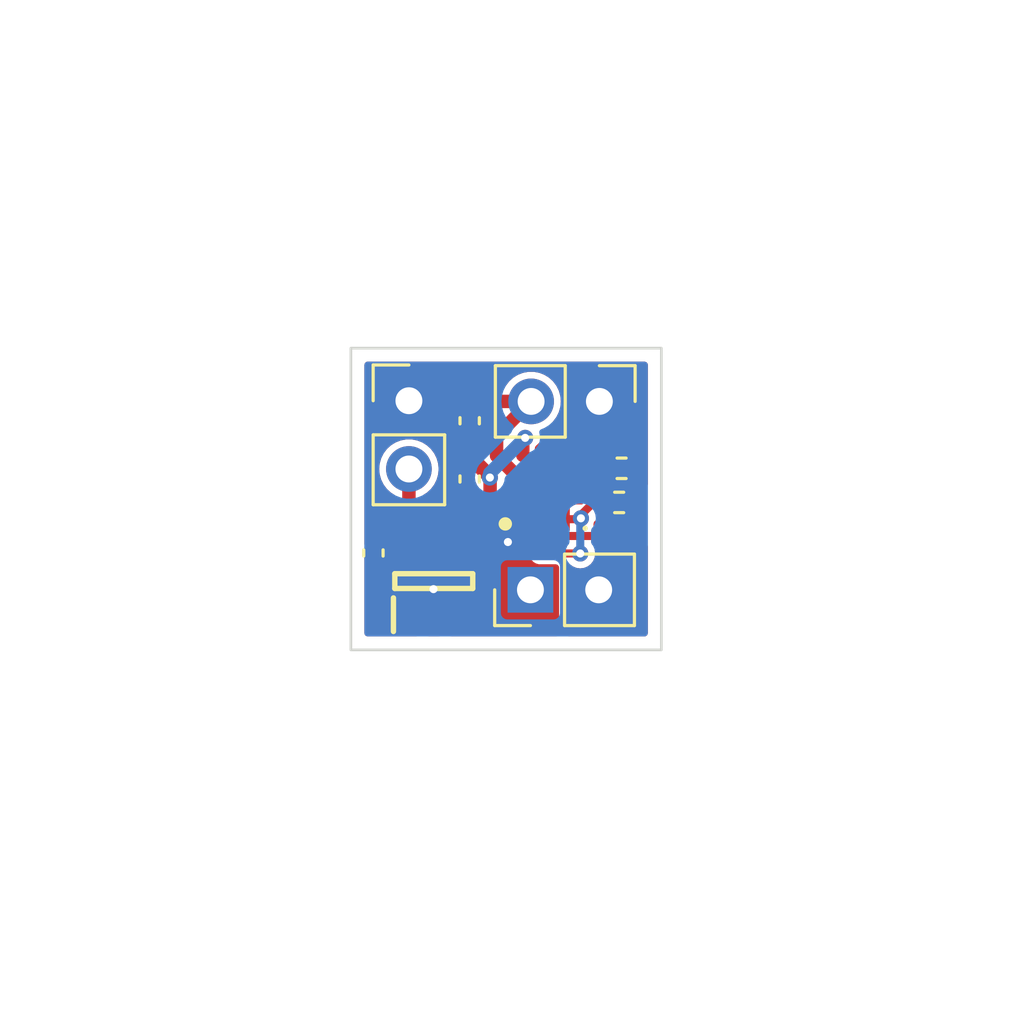
<source format=kicad_pcb>
(kicad_pcb (version 20240108) (generator "pcbnew") (generator_version "8.0")
  (title_block (title "Small Tag Charger") (date "2025-11-22") (rev "1.0"))
  (layers (0 "F.Cu" signal) (31 "B.Cu" signal) (34 "B.Paste" user) (35 "F.Paste" user) (36 "B.SilkS" user "B.Silkscreen") (37 "F.SilkS" user "F.Silkscreen") (38 "B.Mask" user) (39 "F.Mask" user) (44 "Edge.Cuts" user))
  (net 0 "")
  (net 1 "GND")
  (net 2 "Out")
  (net 3 "CHRG")
  (net 5 "Net-(IC2-VOUT)")
  (net 6 "Net-(D2-A)")
  (net 7 "AC1")
  (net 8 "BatOut")
  (net 9 "RXTherm")
  (footprint "Connector_PinHeader_2.54mm:PinHeader_1x02_P2.54mm_Vertical" (layer "F.Cu") (at 82.4738 41.1734 -90)
    (property "Reference" "QiInput1" (hide yes))
    (property "Value" "L")
    (fp_line (start -1.33 3.87) (end 1.33 3.87) (stroke (width 0.12)) (layer "F.SilkS"))
    (fp_line (start -1.33 1.27) (end -1.33 3.87) (stroke (width 0.12)) (layer "F.SilkS"))
    (fp_line (start -1.33 1.27) (end 1.33 1.27) (stroke (width 0.12)) (layer "F.SilkS"))
    (fp_line (start 1.33 1.27) (end 1.33 3.87) (stroke (width 0.12)) (layer "F.SilkS"))
    (fp_line (start -1.33 0) (end -1.33 -1.33) (stroke (width 0.12)) (layer "F.SilkS"))
    (fp_line (start -1.33 -1.33) (end 0 -1.33) (stroke (width 0.12)) (layer "F.SilkS"))
    (pad "1" thru_hole rect (at 0 0 270) (size 1.7 1.7) (drill 1) (layers "*.Cu" "*.Mask") (net 1 "GND"))
    (pad "2" thru_hole oval (at 0 2.54 270) (size 1.7 1.7) (drill 1) (layers "*.Cu" "*.Mask") (net 7 "AC1"))
  )
  (footprint "Capacitor_SMD:C_0402_1005Metric_Pad0.74x0.62mm_HandSolder" (layer "F.Cu") (at 77.6478 44.0603 90)
    (property "Reference" "C1" (hide yes))
    (property "Value" "4.7uF")
    (fp_line (start -0.115835 -0.36) (end 0.115835 -0.36) (stroke (width 0.12)) (layer "F.SilkS"))
    (fp_line (start -0.115835 0.36) (end 0.115835 0.36) (stroke (width 0.12)) (layer "F.SilkS"))
    (pad "1" smd roundrect (at -0.5675 0 90) (size 0.735 0.62) (layers "F.Cu" "F.Paste" "F.Mask") (net 1 "GND"))
    (pad "2" smd roundrect (at 0.5675 0 90) (size 0.735 0.62) (layers "F.Cu" "F.Paste" "F.Mask") (net 8 "BatOut"))
  )
  (footprint "Connector_PinHeader_2.54mm:PinHeader_1x02_P2.54mm_Vertical" (layer "F.Cu") (at 75.3872 41.148)
    (property "Reference" "OUT1" (hide yes))
    (property "Value" "Conn_01x02")
    (fp_line (start -1.33 -1.33) (end 0 -1.33) (stroke (width 0.12)) (layer "F.SilkS"))
    (fp_line (start -1.33 0) (end -1.33 -1.33) (stroke (width 0.12)) (layer "F.SilkS"))
    (fp_line (start -1.33 1.27) (end -1.33 3.87) (stroke (width 0.12)) (layer "F.SilkS"))
    (fp_line (start -1.33 1.27) (end 1.33 1.27) (stroke (width 0.12)) (layer "F.SilkS"))
    (fp_line (start -1.33 3.87) (end 1.33 3.87) (stroke (width 0.12)) (layer "F.SilkS"))
    (fp_line (start 1.33 1.27) (end 1.33 3.87) (stroke (width 0.12)) (layer "F.SilkS"))
    (pad "1" thru_hole rect (at 0 0) (size 1.7 1.7) (drill 1) (layers "*.Cu" "*.Mask") (net 1 "GND"))
    (pad "2" thru_hole oval (at 0 2.54) (size 1.7 1.7) (drill 1) (layers "*.Cu" "*.Mask") (net 5 "Net-(IC2-VOUT)"))
  )
  (footprint "Resistor_SMD:R_0402_1005Metric_Pad0.72x0.64mm_HandSolder" (layer "F.Cu") (at 83.2999 43.6626)
    (property "Reference" "R3" (hide yes))
    (property "Value" "10k")
    (fp_line (start -0.167621 -0.38) (end 0.167621 -0.38) (stroke (width 0.12)) (layer "F.SilkS"))
    (fp_line (start -0.167621 0.38) (end 0.167621 0.38) (stroke (width 0.12)) (layer "F.SilkS"))
    (pad "1" smd roundrect (at -0.5975 0) (size 0.715 0.64) (layers "F.Cu" "F.Paste" "F.Mask") (net 9 "RXTherm"))
    (pad "2" smd roundrect (at 0.5975 0) (size 0.715 0.64) (layers "F.Cu" "F.Paste" "F.Mask") (net 1 "GND"))
  )
  (footprint "qi chips:QFN50P200X200X83-13N-D" (layer "F.Cu") (at 80.4737 44.6064 90)
    (property "Reference" "IC3" (hide yes))
    (property "Value" "LTC4124EV#TRMPBF" (hide yes))
    (fp_circle (center -1.125 -1.5) (end -1.125 -1.375) (stroke (width 0.25)) (fill none) (layer "F.SilkS"))
    (pad "1" smd rect (at -0.95 -0.75 180) (size 0.3 0.85) (layers "F.Cu" "F.Paste" "F.Mask") (net 2 "Out"))
    (pad "2" smd rect (at -0.95 -0.25 180) (size 0.3 0.85) (layers "F.Cu" "F.Paste" "F.Mask") (net 3 "CHRG"))
    (pad "3" smd rect (at -0.95 0.25 180) (size 0.3 0.85) (layers "F.Cu" "F.Paste" "F.Mask") (net 2 "Out"))
    (pad "4" smd rect (at -0.95 0.75 180) (size 0.3 0.85) (layers "F.Cu" "F.Paste" "F.Mask") (net 2 "Out"))
    (pad "5" smd rect (at -0.25 0.95 90) (size 0.3 0.85) (layers "F.Cu" "F.Paste" "F.Mask") (net 1 "GND"))
    (pad "6" smd rect (at 0.25 0.95 90) (size 0.3 0.85) (layers "F.Cu" "F.Paste" "F.Mask") (net 1 "GND"))
    (pad "7" smd rect (at 0.95 0.75 180) (size 0.3 0.85) (layers "F.Cu" "F.Paste" "F.Mask") (net 1 "GND"))
    (pad "8" smd rect (at 0.95 0.25 180) (size 0.3 0.85) (layers "F.Cu" "F.Paste" "F.Mask") (net 2 "Out"))
    (pad "9" smd rect (at 0.95 -0.25 180) (size 0.3 0.85) (layers "F.Cu" "F.Paste" "F.Mask") (net 9 "RXTherm"))
    (pad "10" smd rect (at 0.95 -0.75 180) (size 0.3 0.85) (layers "F.Cu" "F.Paste" "F.Mask") (net 8 "BatOut"))
    (pad "11" smd rect (at 0.25 -0.95 90) (size 0.3 0.85) (layers "F.Cu" "F.Paste" "F.Mask") (net 7 "AC1"))
    (pad "12" smd rect (at -0.25 -0.95 90) (size 0.3 0.85) (layers "F.Cu" "F.Paste" "F.Mask") (net 1 "GND"))
    (pad "13" smd rect (at 0 0 90) (size 0.7 0.7) (layers "F.Cu" "F.Paste" "F.Mask") (net 1 "GND"))
  )
  (footprint "LED_SMD:LED_0402_1005Metric_Pad0.77x0.64mm_HandSolder" (layer "F.Cu") (at 83.2088 45.8978)
    (property "Reference" "D2" (hide yes))
    (property "Value" "LED")
    (fp_circle (center -1.265 0) (end -1.215 0) (stroke (width 0.1)) (fill none) (layer "F.SilkS"))
    (pad "1" smd roundrect (at -0.5725 0) (size 0.765 0.64) (layers "F.Cu" "F.Paste" "F.Mask") (net 3 "CHRG"))
    (pad "2" smd roundrect (at 0.5725 0) (size 0.765 0.64) (layers "F.Cu" "F.Paste" "F.Mask") (net 6 "Net-(D2-A)"))
  )
  (footprint "Capacitor_SMD:C_0402_1005Metric_Pad0.74x0.62mm_HandSolder" (layer "F.Cu") (at 77.6478 41.8933 -90)
    (property "Reference" "C2" (hide yes))
    (property "Value" "22nF")
    (fp_line (start -0.115835 0.36) (end 0.115835 0.36) (stroke (width 0.12)) (layer "F.SilkS"))
    (fp_line (start -0.115835 -0.36) (end 0.115835 -0.36) (stroke (width 0.12)) (layer "F.SilkS"))
    (pad "1" smd roundrect (at -0.5675 0 270) (size 0.735 0.62) (layers "F.Cu" "F.Paste" "F.Mask") (net 7 "AC1"))
    (pad "2" smd roundrect (at 0.5675 0 270) (size 0.735 0.62) (layers "F.Cu" "F.Paste" "F.Mask") (net 1 "GND"))
  )
  (footprint "Resistor_SMD:R_0402_1005Metric_Pad0.72x0.64mm_HandSolder" (layer "F.Cu") (at 83.2104 44.9326)
    (property "Reference" "R4" (hide yes))
    (property "Value" "330")
    (fp_line (start -0.167621 -0.38) (end 0.167621 -0.38) (stroke (width 0.12)) (layer "F.SilkS"))
    (fp_line (start -0.167621 0.38) (end 0.167621 0.38) (stroke (width 0.12)) (layer "F.SilkS"))
    (pad "1" smd roundrect (at -0.5975 0) (size 0.715 0.64) (layers "F.Cu" "F.Paste" "F.Mask") (net 2 "Out"))
    (pad "2" smd roundrect (at 0.5975 0) (size 0.715 0.64) (layers "F.Cu" "F.Paste" "F.Mask") (net 6 "Net-(D2-A)"))
  )
  (footprint "Capacitor_SMD:C_0402_1005Metric_Pad0.74x0.62mm_HandSolder" (layer "F.Cu") (at 74.0664 46.8122 -90)
    (property "Reference" "C7" (hide yes))
    (property "Value" "1uF")
    (fp_line (start -0.115835 0.36) (end 0.115835 0.36) (stroke (width 0.12)) (layer "F.SilkS"))
    (fp_line (start -0.115835 -0.36) (end 0.115835 -0.36) (stroke (width 0.12)) (layer "F.SilkS"))
    (pad "1" smd roundrect (at -0.5675 0 270) (size 0.735 0.62) (layers "F.Cu" "F.Paste" "F.Mask") (net 1 "GND"))
    (pad "2" smd roundrect (at 0.5675 0 270) (size 0.735 0.62) (layers "F.Cu" "F.Paste" "F.Mask") (net 8 "BatOut"))
  )
  (footprint "Connector_PinHeader_2.54mm:PinHeader_1x02_P2.54mm_Vertical" (layer "F.Cu") (at 79.9084 48.1838 90)
    (property "Reference" "Battery1" (hide yes))
    (property "Value" "Battery_Cell")
    (fp_line (start -1.33 -1.33) (end 0 -1.33) (stroke (width 0.12)) (layer "F.SilkS"))
    (fp_line (start -1.33 0) (end -1.33 -1.33) (stroke (width 0.12)) (layer "F.SilkS"))
    (fp_line (start 1.33 1.27) (end 1.33 3.87) (stroke (width 0.12)) (layer "F.SilkS"))
    (fp_line (start -1.33 1.27) (end 1.33 1.27) (stroke (width 0.12)) (layer "F.SilkS"))
    (fp_line (start -1.33 1.27) (end -1.33 3.87) (stroke (width 0.12)) (layer "F.SilkS"))
    (fp_line (start -1.33 3.87) (end 1.33 3.87) (stroke (width 0.12)) (layer "F.SilkS"))
    (pad "1" thru_hole rect (at 0 0 90) (size 1.7 1.7) (drill 1) (layers "*.Cu" "*.Mask") (net 8 "BatOut"))
    (pad "2" thru_hole oval (at 0 2.54 90) (size 1.7 1.7) (drill 1) (layers "*.Cu" "*.Mask") (net 1 "GND"))
  )
  (footprint "ADPL40502AUJZ-3.0-R7:SOT95P280X100-5N" (layer "F.Cu") (at 76.3118 47.859 90)
    (property "Reference" "IC2" (hide yes))
    (property "Value" "ADPL40502AUJZ-3.0-R7" (hide yes))
    (fp_line (start -1.875 -1.5) (end -0.625 -1.5) (stroke (width 0.2)) (layer "F.SilkS"))
    (fp_line (start 0.275 -1.45) (end 0.275 1.45) (stroke (width 0.2)) (layer "F.SilkS"))
    (fp_line (start -0.275 -1.45) (end 0.275 -1.45) (stroke (width 0.2)) (layer "F.SilkS"))
    (fp_line (start 0.275 1.45) (end -0.275 1.45) (stroke (width 0.2)) (layer "F.SilkS"))
    (fp_line (start -0.275 1.45) (end -0.275 -1.45) (stroke (width 0.2)) (layer "F.SilkS"))
    (pad "1" smd rect (at -1.25 -0.95 180) (size 0.6 1.25) (layers "F.Cu" "F.Paste" "F.Mask") (net 8 "BatOut"))
    (pad "2" smd rect (at -1.25 0 180) (size 0.6 1.25) (layers "F.Cu" "F.Paste" "F.Mask") (net 1 "GND"))
    (pad "3" smd rect (at -1.25 0.95 180) (size 0.6 1.25) (layers "F.Cu" "F.Paste" "F.Mask") (net 8 "BatOut"))
    (pad "4" smd rect (at 1.25 0.95 180) (size 0.6 1.25) (layers "F.Cu" "F.Paste" "F.Mask"))
    (pad "5" smd rect (at 1.25 -0.95 180) (size 0.6 1.25) (layers "F.Cu" "F.Paste" "F.Mask") (net 5 "Net-(IC2-VOUT)"))
  )
  (gr_rect (start 73.2282 39.1922) (end 84.779 50.419) (stroke (width 0.1)) (fill none) (layer "Edge.Cuts"))
  (segment (start 76.3118 49.109) (end 76.3118 47.9654) (width 0.5) (layer "F.Cu") (net 1))
  (via (at 79.0702 46.4058) (size 0.6) (drill 0.3) (layers "F.Cu" "B.Cu") (net 1))
  (via (at 76.3016 48.1584) (size 0.6) (drill 0.3) (layers "F.Cu" "B.Cu") (net 1))
  (segment (start 81.5737 43.0314) (end 80.8737 43.0314) (width 0.3) (layer "F.Cu") (net 2))
  (segment (start 82.6129 44.9326) (end 82.6129 44.656284) (width 0.3) (layer "F.Cu") (net 2))
  (segment (start 80.8737 43.0314) (end 80.7237 43.1814) (width 0.3) (layer "F.Cu") (net 2))
  (segment (start 80.2737 46.8314) (end 81.7626 46.8314) (width 0.3) (layer "F.Cu") (net 2))
  (segment (start 82.6129 44.9326) (end 82.255401 44.9326) (width 0.3) (layer "F.Cu") (net 2))
  (segment (start 79.7237 45.5564) (end 79.7237 46.2814) (width 0.3) (layer "F.Cu") (net 2))
  (segment (start 79.7237 46.2814) (end 80.2737 46.8314) (width 0.3) (layer "F.Cu") (net 2))
  (segment (start 81.753405 45.5564) (end 81.786892 45.522913) (width 0.3) (layer "F.Cu") (net 2))
  (segment (start 82.6129 44.656284) (end 81.797016 43.8404) (width 0.3) (layer "F.Cu") (net 2))
  (segment (start 80.7237 43.1814) (end 80.7237 43.6564) (width 0.3) (layer "F.Cu") (net 2))
  (segment (start 82.5367 44.8564) (end 82.6129 44.9326) (width 0.3) (layer "F.Cu") (net 2))
  (segment (start 82.255401 44.9326) (end 81.631601 45.5564) (width 0.3) (layer "F.Cu") (net 2))
  (segment (start 81.797016 43.8404) (end 81.797016 43.254716) (width 0.3) (layer "F.Cu") (net 2))
  (segment (start 81.631601 45.5564) (end 81.753405 45.5564) (width 0.3) (layer "F.Cu") (net 2))
  (segment (start 81.797016 43.254716) (end 81.5737 43.0314) (width 0.3) (layer "F.Cu") (net 2))
  (segment (start 81.631601 45.5564) (end 80.7237 45.5564) (width 0.3) (layer "F.Cu") (net 2))
  (via (at 81.786892 45.522913) (size 0.6) (drill 0.3) (layers "F.Cu" "B.Cu") (net 2))
  (via (at 81.7626 46.8314) (size 0.6) (drill 0.3) (layers "F.Cu" "B.Cu") (net 2))
  (segment (start 81.767605 45.5422) (end 81.786892 45.522913) (width 0.3) (layer "B.Cu") (net 2))
  (segment (start 81.7626 45.547205) (end 81.786892 45.522913) (width 0.3) (layer "B.Cu") (net 2))
  (segment (start 81.7626 46.8314) (end 81.7626 45.547205) (width 0.3) (layer "B.Cu") (net 2))
  (segment (start 82.3527 46.1814) (end 82.6363 45.8978) (width 0.3) (layer "F.Cu") (net 3))
  (segment (start 80.3737 46.1814) (end 82.3527 46.1814) (width 0.3) (layer "F.Cu") (net 3))
  (segment (start 80.2237 45.5564) (end 80.2237 46.0314) (width 0.3) (layer "F.Cu") (net 3))
  (segment (start 80.2237 46.0314) (end 80.3737 46.1814) (width 0.3) (layer "F.Cu") (net 3))
  (segment (start 75.3872 46.5836) (end 75.3618 46.609) (width 0.5) (layer "F.Cu") (net 5))
  (segment (start 75.3872 43.688) (end 75.3872 46.5836) (width 0.5) (layer "F.Cu") (net 5))
  (segment (start 83.7813 44.9592) (end 83.8079 44.9326) (width 0.3) (layer "F.Cu") (net 6))
  (segment (start 83.7813 45.8978) (end 83.7813 44.9592) (width 0.3) (layer "F.Cu") (net 6))
  (segment (start 79.2737 43.81875) (end 79.2737 44.1064) (width 0.5) (layer "F.Cu") (net 7))
  (segment (start 78.649375 43.194425) (end 79.2737 43.81875) (width 0.5) (layer "F.Cu") (net 7))
  (segment (start 77.8002 41.1734) (end 77.6478 41.3258) (width 0.5) (layer "F.Cu") (net 7))
  (segment (start 79.9338 41.1734) (end 77.8002 41.1734) (width 0.5) (layer "F.Cu") (net 7))
  (segment (start 79.9338 41.1734) (end 78.649375 42.457825) (width 0.5) (layer "F.Cu") (net 7))
  (segment (start 78.649375 42.457825) (end 78.649375 43.194425) (width 0.5) (layer "F.Cu") (net 7))
  (segment (start 78.5584 48.1838) (end 78.3202 47.9456) (width 0.5) (layer "F.Cu") (net 8))
  (segment (start 78.4095 44.015212) (end 78.399844 44.005556) (width 0.5) (layer "F.Cu") (net 8))
  (segment (start 78.4078 45.095194) (end 78.4078 44.013512) (width 0.5) (layer "F.Cu") (net 8))
  (segment (start 79.9084 48.1838) (end 78.5584 48.1838) (width 0.5) (layer "F.Cu") (net 8))
  (segment (start 79.6237 42.618852) (end 79.6237 43.1788) (width 0.5) (layer "F.Cu") (net 8))
  (segment (start 77.9578 43.4928) (end 78.4352 43.9702) (width 0.5) (layer "F.Cu") (net 8))
  (segment (start 78.3202 47.9456) (end 78.3202 45.182794) (width 0.5) (layer "F.Cu") (net 8))
  (segment (start 77.6478 43.4928) (end 77.887088 43.4928) (width 0.5) (layer "F.Cu") (net 8))
  (segment (start 78.4078 44.013512) (end 78.399844 44.005556) (width 0.5) (layer "F.Cu") (net 8))
  (segment (start 78.3202 45.182794) (end 78.4078 45.095194) (width 0.5) (layer "F.Cu") (net 8))
  (segment (start 77.887088 43.4928) (end 78.399844 44.005556) (width 0.5) (layer "F.Cu") (net 8))
  (segment (start 79.712071 42.530481) (end 79.6237 42.618852) (width 0.5) (layer "F.Cu") (net 8))
  (segment (start 77.9578 43.4928) (end 77.6478 43.4928) (width 0.5) (layer "F.Cu") (net 8))
  (via (at 79.712071 42.530481) (size 0.6) (drill 0.3) (layers "F.Cu" "B.Cu") (net 8))
  (via (at 78.399844 44.005556) (size 0.6) (drill 0.3) (layers "F.Cu" "B.Cu") (net 8))
  (segment (start 78.399844 43.842708) (end 79.712071 42.530481) (width 0.5) (layer "B.Cu") (net 8))
  (segment (start 78.399844 44.005556) (end 78.399844 43.842708) (width 0.5) (layer "B.Cu") (net 8))
  (segment (start 80.2237 42.9314) (end 80.6237 42.5314) (width 0.3) (layer "F.Cu") (net 9))
  (segment (start 81.780806 42.5314) (end 82.7024 43.452994) (width 0.3) (layer "F.Cu") (net 9))
  (segment (start 80.6237 42.5314) (end 81.780806 42.5314) (width 0.3) (layer "F.Cu") (net 9))
  (segment (start 82.7024 43.452994) (end 82.7024 43.6626) (width 0.3) (layer "F.Cu") (net 9))
  (segment (start 80.2237 43.6564) (end 80.2237 42.9314) (width 0.3) (layer "F.Cu") (net 9))
  (zone (net 8) (net_name "BatOut") (layer "F.Cu") (priority 1) (connect_pads yes (clearance 0.25)) (min_thickness 0.25) (fill yes (thermal_gap 0.5) (thermal_bridge_width 0.5))
    (polygon (pts (xy 73.5584 46.8122) (xy 80.9752 46.8122) (xy 80.9752 49.9618) (xy 73.6092 49.9618)))
  )
  (zone (net 1) (net_name "GND") (layers "F&B.Cu") (connect_pads yes (clearance 0.25)) (min_thickness 0.25) (fill yes (thermal_gap 0.5) (thermal_bridge_width 0.5))
    (polygon (pts (xy 84.455 39.243) (xy 84.3788 50.1142) (xy 73.5076 50.0888) (xy 73.5076 39.2176)))
  )
)
</source>
